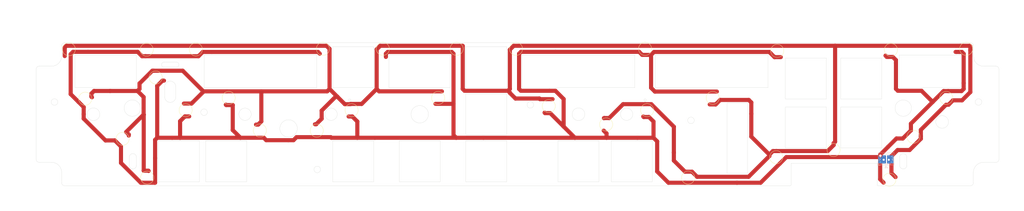
<source format=kicad_pcb>
(kicad_pcb (version 20221018) (generator pcbnew)
  (layers (0 "F.Cu" power) (31 "B.Cu" power) (34 "B.Paste" user) (35 "F.Paste" user) (36 "B.SilkS" user "B.Silkscreen") (37 "F.SilkS" user "F.Silkscreen") (38 "B.Mask" user) (39 "F.Mask" user) (44 "Edge.Cuts" user))
  (net 0 "")
  (net 1 "+5V")
  (net 2 "Earth")
  (footprint "Connector_JST:JST_XH_B2B-XH-AM_1x02_P2.50mm_Vertical" (layer "B.Cu") (at 500.7 326.275)
    (fp_text reference "J1" (at 1.25 3.55) (layer "B.SilkS") (effects (justify mirror)))
    (fp_text value "+5V")
    (fp_line (start -2.85 2.75) (end -2.85 1.5) (stroke (width 0.12)) (layer "B.SilkS"))
    (fp_line (start -2.56 -3.51) (end 5.06 -3.51) (stroke (width 0.12)) (layer "B.SilkS"))
    (fp_line (start -2.56 2.46) (end -2.56 -3.51) (stroke (width 0.12)) (layer "B.SilkS"))
    (fp_line (start -2.55 0.2) (end -1.8 0.2) (stroke (width 0.12)) (layer "B.SilkS"))
    (fp_line (start -2.55 1.7) (end -0.75 1.7) (stroke (width 0.12)) (layer "B.SilkS"))
    (fp_line (start -2.55 2.45) (end -2.55 1.7) (stroke (width 0.12)) (layer "B.SilkS"))
    (fp_line (start -1.8 0.2) (end -1.8 -1.14) (stroke (width 0.12)) (layer "B.SilkS"))
    (fp_line (start -1.6 2.75) (end -2.85 2.75) (stroke (width 0.12)) (layer "B.SilkS"))
    (fp_line (start -0.75 1.7) (end -0.75 2.45) (stroke (width 0.12)) (layer "B.SilkS"))
    (fp_line (start -0.75 2.45) (end -2.55 2.45) (stroke (width 0.12)) (layer "B.SilkS"))
    (fp_line (start 0.75 1.7) (end 1.75 1.7) (stroke (width 0.12)) (layer "B.SilkS"))
    (fp_line (start 0.75 2.45) (end 0.75 1.7) (stroke (width 0.12)) (layer "B.SilkS"))
    (fp_line (start 1.25 -2.75) (end -0.74 -2.75) (stroke (width 0.12)) (layer "B.SilkS"))
    (fp_line (start 1.75 1.7) (end 1.75 2.45) (stroke (width 0.12)) (layer "B.SilkS"))
    (fp_line (start 1.75 2.45) (end 0.75 2.45) (stroke (width 0.12)) (layer "B.SilkS"))
    (fp_line (start 3.25 1.7) (end 5.05 1.7) (stroke (width 0.12)) (layer "B.SilkS"))
    (fp_line (start 3.25 2.45) (end 3.25 1.7) (stroke (width 0.12)) (layer "B.SilkS"))
    (fp_line (start 4.3 -2.75) (end 1.25 -2.75) (stroke (width 0.12)) (layer "B.SilkS"))
    (fp_line (start 4.3 0.2) (end 4.3 -2.75) (stroke (width 0.12)) (layer "B.SilkS"))
    (fp_line (start 5.05 0.2) (end 4.3 0.2) (stroke (width 0.12)) (layer "B.SilkS"))
    (fp_line (start 5.05 1.7) (end 5.05 2.45) (stroke (width 0.12)) (layer "B.SilkS"))
    (fp_line (start 5.05 2.45) (end 3.25 2.45) (stroke (width 0.12)) (layer "B.SilkS"))
    (fp_line (start 5.06 -3.51) (end 5.06 2.46) (stroke (width 0.12)) (layer "B.SilkS"))
    (fp_line (start 5.06 2.46) (end -2.56 2.46) (stroke (width 0.12)) (layer "B.SilkS"))
    (pad "" np_thru_hole circle (at -1.6 -2) (size 1.2 1.2) (drill 1.2) (layers "*.Cu" "*.Mask"))
    (pad "1" thru_hole roundrect (at 0 0) (size 1.7 2) (drill 1) (layers "*.Cu" "*.Mask") (roundrect_rratio 0.1470588235) (net 1 "+5V"))
    (pad "2" thru_hole oval (at 2.5 0) (size 1.7 2) (drill 1) (layers "*.Cu" "*.Mask") (net 2 "Earth"))
  )
  (gr_circle (center 503.5 336) (end 506.7 336) (stroke (width 0.15)) (fill none) (layer "F.SilkS"))
  (gr_circle (center 321.25 272) (end 324.45 272) (stroke (width 0.15)) (fill none) (layer "F.SilkS"))
  (gr_circle (center 141.25 335) (end 144.45 335) (stroke (width 0.15)) (fill none) (layer "F.SilkS"))
  (gr_circle (center 448.25 325) (end 451.45 325) (stroke (width 0.15)) (fill none) (layer "F.SilkS"))
  (gr_circle (center 292.25 272) (end 295.45 272) (stroke (width 0.15)) (fill none) (layer "F.SilkS"))
  (gr_circle (center 531.25 296) (end 534.45 296) (stroke (width 0.15)) (fill none) (layer "F.SilkS"))
  (gr_circle (center 181 296) (end 184.2 296) (stroke (width 0.15)) (fill none) (layer "F.SilkS"))
  (gr_circle (center 103 272.2) (end 106.2 272.2) (stroke (width 0.15)) (fill none) (layer "F.SilkS"))
  (gr_circle (center 196.25 311.95) (end 199.45 311.95) (stroke (width 0.15)) (fill none) (layer "F.SilkS"))
  (gr_circle (center 541 272) (end 544.2 272) (stroke (width 0.15)) (fill none) (layer "F.SilkS"))
  (gr_circle (center 365.25 309) (end 368.45 309) (stroke (width 0.15)) (fill none) (layer "F.SilkS"))
  (gr_circle (center 165 272.3) (end 168.2 272.3) (stroke (width 0.15)) (fill none) (layer "F.SilkS"))
  (gr_circle (center 227 272) (end 230.2 272) (stroke (width 0.15)) (fill none) (layer "F.SilkS"))
  (gr_circle (center 241 302) (end 244.2 302) (stroke (width 0.15)) (fill none) (layer "F.SilkS"))
  (gr_circle (center 384.25 272) (end 387.45 272) (stroke (width 0.15)) (fill none) (layer "F.SilkS"))
  (gr_circle (center 405.25 335) (end 408.45 335) (stroke (width 0.15)) (fill none) (layer "F.SilkS"))
  (gr_circle (center 256.25 272) (end 259.45 272) (stroke (width 0.15)) (fill none) (layer "F.SilkS"))
  (gr_circle (center 111 296.4) (end 114.2 296.4) (stroke (width 0.15)) (fill none) (layer "F.SilkS"))
  (gr_circle (center 283.25 296) (end 286.45 296) (stroke (width 0.15)) (fill none) (layer "F.SilkS"))
  (gr_circle (center 504.25 272.5) (end 507.45 272.5) (stroke (width 0.15)) (fill none) (layer "F.SilkS"))
  (gr_circle (center 515.25 315) (end 518.45 315) (stroke (width 0.15)) (fill none) (layer "F.SilkS"))
  (gr_circle (center 224 312) (end 227.2 312) (stroke (width 0.15)) (fill none) (layer "F.SilkS"))
  (gr_circle (center 337.25 300) (end 340.45 300) (stroke (width 0.15)) (fill none) (layer "F.SilkS"))
  (gr_circle (center 476.25 321.5) (end 479.45 321.5) (stroke (width 0.15)) (fill none) (layer "F.SilkS"))
  (gr_circle (center 385.25 302) (end 388.45 302) (stroke (width 0.15)) (fill none) (layer "F.SilkS"))
  (gr_circle (center 129.25 316) (end 132.45 316) (stroke (width 0.15)) (fill none) (layer "F.SilkS"))
  (gr_circle (center 141 272.4) (end 144.2 272.4) (stroke (width 0.15)) (fill none) (layer "F.SilkS"))
  (gr_circle (center 145.4 286) (end 148.6 286) (stroke (width 0.15)) (fill none) (layer "F.SilkS"))
  (gr_circle (center 417.25 296) (end 420.45 296) (stroke (width 0.15)) (fill none) (layer "F.SilkS"))
  (gr_circle (center 448.75 273) (end 451.95 273) (stroke (width 0.15)) (fill none) (layer "F.SilkS"))
  (gr_circle (center 160 302) (end 163.2 302) (stroke (width 0.15)) (fill none) (layer "F.SilkS"))
  (gr_line (start 434.25 333) (end 434.25 298.5) (stroke (width 0.1)) (layer "Edge.Cuts"))
  (gr_line (start 87 282) (end 87 326) (stroke (width 0.1)) (layer "Edge.Cuts"))
  (gr_circle (center 328.25 299.4) (end 329.85 299.4) (stroke (width 0.1)) (fill none) (layer "Edge.Cuts"))
  (gr_line (start 472.75 296.5) (end 472.75 276.5) (stroke (width 0.1)) (layer "Edge.Cuts"))
  (gr_line (start 367.75 337) (end 367.75 317) (stroke (width 0.1)) (layer "Edge.Cuts"))
  (gr_circle (center 510.25 301) (end 514.25 301) (stroke (width 0.1)) (fill none) (layer "Edge.Cuts"))
  (gr_arc (start 498 339) (mid 497.646447 338.853553) (end 497.5 338.5) (stroke (width 0.1)) (layer "Edge.Cuts"))
  (gr_line (start 284.25 337) (end 284.25 317) (stroke (width 0.1)) (layer "Edge.Cuts"))
  (gr_line (start 452.75 296.5) (end 452.75 276.5) (stroke (width 0.1)) (layer "Edge.Cuts"))
  (gr_line (start 497.5 328) (end 455.5 328) (stroke (width 0.1)) (layer "Edge.Cuts"))
  (gr_arc (start 136 329) (mid 134.25 330.75) (end 132.5 329) (stroke (width 0.1)) (layer "Edge.Cuts"))
  (gr_arc (start 99.5 270.5) (mid 99.93934 269.43934) (end 101 269) (stroke (width 0.1)) (layer "Edge.Cuts"))
  (gr_line (start 296.75 271) (end 316.75 271) (stroke (width 0.1)) (layer "Edge.Cuts"))
  (gr_line (start 479.75 296.5) (end 479.75 276.5) (stroke (width 0.1)) (layer "Edge.Cuts"))
  (gr_arc (start 544.5 337.5) (mid 544.06066 338.56066) (end 543 339) (stroke (width 0.1)) (layer "Edge.Cuts"))
  (gr_line (start 169 291) (end 224 291) (stroke (width 0.1)) (layer "Edge.Cuts"))
  (gr_line (start 296.75 294) (end 316.75 294) (stroke (width 0.1)) (layer "Edge.Cuts"))
  (gr_line (start 367.75 317) (end 387.75 317) (stroke (width 0.1)) (layer "Edge.Cuts"))
  (gr_circle (center 210.25 310.95) (end 214.5 310.95) (stroke (width 0.1)) (fill none) (layer "Edge.Cuts"))
  (gr_line (start 549.5 327.5) (end 555.5 327.5) (stroke (width 0.1)) (layer "Edge.Cuts"))
  (gr_line (start 316.75 337) (end 316.75 317) (stroke (width 0.1)) (layer "Edge.Cuts"))
  (gr_line (start 389.25 291) (end 444.25 291) (stroke (width 0.1)) (layer "Edge.Cuts"))
  (gr_circle (center 96 298) (end 97.6 298) (stroke (width 0.1)) (fill none) (layer "Edge.Cuts"))
  (gr_line (start 379.25 291) (end 379.25 275) (stroke (width 0.1)) (layer "Edge.Cuts"))
  (gr_line (start 296.75 337) (end 296.75 317) (stroke (width 0.1)) (layer "Edge.Cuts"))
  (gr_line (start 155.2 290.5) (end 155.2 295.5) (stroke (width 0.1)) (layer "Edge.Cuts"))
  (gr_circle (center 547 298) (end 548.6 298) (stroke (width 0.1)) (fill none) (layer "Edge.Cuts"))
  (gr_line (start 166.75 337) (end 146.75 337) (stroke (width 0.1)) (layer "Edge.Cuts"))
  (gr_line (start 499.75 320.5) (end 479.75 320.5) (stroke (width 0.1)) (layer "Edge.Cuts"))
  (gr_line (start 166.75 337) (end 166.75 317) (stroke (width 0.1)) (layer "Edge.Cuts"))
  (gr_line (start 251.75 337) (end 231.75 337) (stroke (width 0.1)) (layer "Edge.Cuts"))
  (gr_line (start 289.25 275) (end 289.25 291) (stroke (width 0.1)) (layer "Edge.Cuts"))
  (gr_line (start 99.5 270.5) (end 99.5 275.5) (stroke (width 0.1)) (layer "Edge.Cuts"))
  (gr_line (start 289.25 291) (end 259.25 291) (stroke (width 0.1)) (layer "Edge.Cuts"))
  (gr_line (start 101 269) (end 543 269) (stroke (width 0.1)) (layer "Edge.Cuts"))
  (gr_line (start 549.5 280.5) (end 555.5 280.5) (stroke (width 0.1)) (layer "Edge.Cuts"))
  (gr_arc (start 544.5 332.5) (mid 545.964466 328.964466) (end 549.5 327.5) (stroke (width 0.1)) (layer "Edge.Cuts"))
  (gr_line (start 259.25 291) (end 259.25 275) (stroke (width 0.1)) (layer "Edge.Cuts"))
  (gr_line (start 424.25 298.5) (end 434.25 298.5) (stroke (width 0.1)) (layer "Edge.Cuts"))
  (gr_line (start 538.25 275) (end 538.25 291) (stroke (width 0.1)) (layer "Edge.Cuts"))
  (gr_line (start 434.25 333) (end 424.25 333) (stroke (width 0.1)) (layer "Edge.Cuts"))
  (gr_line (start 508.25 291) (end 508.25 275) (stroke (width 0.1)) (layer "Edge.Cuts"))
  (gr_circle (center 134 301) (end 138 301) (stroke (width 0.1)) (fill none) (layer "Edge.Cuts"))
  (gr_line (start 452.75 300.5) (end 472.75 300.5) (stroke (width 0.1)) (layer "Edge.Cuts"))
  (gr_line (start 499.75 320.5) (end 499.75 300.5) (stroke (width 0.1)) (layer "Edge.Cuts"))
  (gr_line (start 324.25 291) (end 379.25 291) (stroke (width 0.1)) (layer "Edge.Cuts"))
  (gr_line (start 389.25 275) (end 444.25 275) (stroke (width 0.1)) (layer "Edge.Cuts"))
  (gr_line (start 251.75 291) (end 231.75 291) (stroke (width 0.1)) (layer "Edge.Cuts"))
  (gr_arc (start 94.5 327.5) (mid 98.035534 328.964466) (end 99.5 332.5) (stroke (width 0.1)) (layer "Edge.Cuts"))
  (gr_line (start 389.25 291) (end 389.25 275) (stroke (width 0.1)) (layer "Edge.Cuts"))
  (gr_circle (center 351.75 304) (end 354.85 303.95) (stroke (width 0.1)) (fill none) (layer "Edge.Cuts"))
  (gr_line (start 341.75 337) (end 341.75 317) (stroke (width 0.1)) (layer "Edge.Cuts"))
  (gr_line (start 455.5 338.5) (end 455.5 328) (stroke (width 0.1)) (layer "Edge.Cuts"))
  (gr_line (start 544.5 337.5) (end 544.5 332.5) (stroke (width 0.1)) (layer "Edge.Cuts"))
  (gr_line (start 512 325) (end 512 329) (stroke (width 0.1)) (layer "Edge.Cuts"))
  (gr_line (start 106 291) (end 106 275) (stroke (width 0.1)) (layer "Edge.Cuts"))
  (gr_line (start 136 275) (end 136 291) (stroke (width 0.1)) (layer "Edge.Cuts"))
  (gr_line (start 106 275) (end 136 275) (stroke (width 0.1)) (layer "Edge.Cuts"))
  (gr_circle (center 406.65 307) (end 408.25 307) (stroke (width 0.1)) (fill none) (layer "Edge.Cuts"))
  (gr_line (start 316.75 291) (end 316.75 271) (stroke (width 0.1)) (layer "Edge.Cuts"))
  (gr_arc (start 543 269) (mid 544.06066 269.43934) (end 544.5 270.5) (stroke (width 0.1)) (layer "Edge.Cuts"))
  (gr_line (start 231.75 317) (end 251.75 317) (stroke (width 0.1)) (layer "Edge.Cuts"))
  (gr_circle (center 274.25 304) (end 278.5 304) (stroke (width 0.1)) (fill none) (layer "Edge.Cuts"))
  (gr_line (start 361.75 337) (end 341.75 337) (stroke (width 0.1)) (layer "Edge.Cuts"))
  (gr_line (start 136 325) (end 136 329) (stroke (width 0.1)) (layer "Edge.Cuts"))
  (gr_line (start 189.75 337) (end 189.75 317) (stroke (width 0.1)) (layer "Edge.Cuts"))
  (gr_line (start 264.25 317) (end 284.25 317) (stroke (width 0.1)) (layer "Edge.Cuts"))
  (gr_line (start 452.75 320.5) (end 452.75 300.5) (stroke (width 0.1)) (layer "Edge.Cuts"))
  (gr_arc (start 549.5 280.5) (mid 545.964466 279.035534) (end 544.5 275.5) (stroke (width 0.1)) (layer "Edge.Cuts"))
  (gr_line (start 169.75 317) (end 189.75 317) (stroke (width 0.1)) (layer "Edge.Cuts"))
  (gr_line (start 264.25 337) (end 264.25 317) (stroke (width 0.1)) (layer "Edge.Cuts"))
  (gr_line (start 132.5 325) (end 132.5 329) (stroke (width 0.1)) (layer "Edge.Cuts"))
  (gr_arc (start 149.5 281) (mid 148.25 279.75) (end 149.5 278.5) (stroke (width 0.1)) (layer "Edge.Cuts"))
  (gr_circle (center 529.25 307.75) (end 532.35 307.75) (stroke (width 0.1)) (fill none) (layer "Edge.Cuts"))
  (gr_arc (start 512 329) (mid 510.25 330.75) (end 508.5 329) (stroke (width 0.1)) (layer "Edge.Cuts"))
  (gr_line (start 387.75 337) (end 387.75 317) (stroke (width 0.1)) (layer "Edge.Cuts"))
  (gr_circle (center 224.25 331) (end 225.85 331) (stroke (width 0.1)) (fill none) (layer "Edge.Cuts"))
  (gr_line (start 544.5 275.5) (end 544.5 270.5) (stroke (width 0.1)) (layer "Edge.Cuts"))
  (gr_line (start 557 326) (end 557 282) (stroke (width 0.1)) (layer "Edge.Cuts"))
  (gr_line (start 284.25 337) (end 264.25 337) (stroke (width 0.1)) (layer "Edge.Cuts"))
  (gr_arc (start 508.5 325) (mid 510.25 323.25) (end 512 325) (stroke (width 0.1)) (layer "Edge.Cuts"))
  (gr_line (start 479.75 276.5) (end 499.75 276.5) (stroke (width 0.1)) (layer "Edge.Cuts"))
  (gr_line (start 149.5 281) (end 155.5 281) (stroke (width 0.1)) (layer "Edge.Cuts"))
  (gr_circle (center 231 304) (end 234 304) (stroke (width 0.1)) (fill none) (layer "Edge.Cuts"))
  (gr_arc (start 87 282) (mid 87.43934 280.93934) (end 88.5 280.5) (stroke (width 0.1)) (layer "Edge.Cuts"))
  (gr_line (start 508.5 325) (end 508.5 329) (stroke (width 0.1)) (layer "Edge.Cuts"))
  (gr_arc (start 132.5 325) (mid 134.25 323.25) (end 136 325) (stroke (width 0.1)) (layer "Edge.Cuts"))
  (gr_line (start 424.25 298.5) (end 424.25 333) (stroke (width 0.1)) (layer "Edge.Cuts"))
  (gr_line (start 538.25 291) (end 508.25 291) (stroke (width 0.1)) (layer "Edge.Cuts"))
  (gr_circle (center 189 304) (end 192 304) (stroke (width 0.1)) (fill none) (layer "Edge.Cuts"))
  (gr_line (start 94.5 280.5) (end 88.5 280.5) (stroke (width 0.1)) (layer "Edge.Cuts"))
  (gr_circle (center 375.25 304) (end 378.25 304) (stroke (width 0.1)) (fill none) (layer "Edge.Cuts"))
  (gr_line (start 231.75 337) (end 231.75 317) (stroke (width 0.1)) (layer "Edge.Cuts"))
  (gr_circle (center 240 297) (end 240.55 297) (stroke (width 0.1)) (fill none) (layer "Edge.Cuts"))
  (gr_line (start 499.75 296.5) (end 499.75 276.5) (stroke (width 0.1)) (layer "Edge.Cuts"))
  (gr_circle (center 115 304) (end 118.1 304) (stroke (width 0.1)) (fill none) (layer "Edge.Cuts"))
  (gr_line (start 479.75 300.5) (end 499.75 300.5) (stroke (width 0.1)) (layer "Edge.Cuts"))
  (gr_line (start 472.75 320.5) (end 472.75 300.5) (stroke (width 0.1)) (layer "Edge.Cuts"))
  (gr_line (start 259.25 275) (end 289.25 275) (stroke (width 0.1)) (layer "Edge.Cuts"))
  (gr_line (start 508.25 275) (end 538.25 275) (stroke (width 0.1)) (layer "Edge.Cuts"))
  (gr_line (start 324.25 291) (end 324.25 275) (stroke (width 0.1)) (layer "Edge.Cuts"))
  (gr_line (start 387.75 337) (end 367.75 337) (stroke (width 0.1)) (layer "Edge.Cuts"))
  (gr_line (start 296.75 291) (end 296.75 271) (stroke (width 0.1)) (layer "Edge.Cuts"))
  (gr_arc (start 557 326) (mid 556.56066 327.06066) (end 555.5 327.5) (stroke (width 0.1)) (layer "Edge.Cuts"))
  (gr_line (start 149.8 290.5) (end 149.8 295.5) (stroke (width 0.1)) (layer "Edge.Cuts"))
  (gr_circle (center 169 303) (end 170.6 303) (stroke (width 0.1)) (fill none) (layer "Edge.Cuts"))
  (gr_line (start 231.75 271) (end 251.75 271) (stroke (width 0.1)) (layer "Edge.Cuts"))
  (gr_arc (start 99.5 275.5) (mid 98.035534 279.035534) (end 94.5 280.5) (stroke (width 0.1)) (layer "Edge.Cuts"))
  (gr_line (start 472.75 296.5) (end 452.75 296.5) (stroke (width 0.1)) (layer "Edge.Cuts"))
  (gr_arc (start 149.8 290.5) (mid 152.5 287.8) (end 155.2 290.5) (stroke (width 0.1)) (layer "Edge.Cuts"))
  (gr_line (start 316.75 314) (end 316.75 294) (stroke (width 0.1)) (layer "Edge.Cuts"))
  (gr_line (start 169.75 337) (end 169.75 317) (stroke (width 0.1)) (layer "Edge.Cuts"))
  (gr_line (start 136 291) (end 106 291) (stroke (width 0.1)) (layer "Edge.Cuts"))
  (gr_line (start 452.75 276.5) (end 472.75 276.5) (stroke (width 0.1)) (layer "Edge.Cuts"))
  (gr_line (start 543 339) (end 498 339) (stroke (width 0.1)) (layer "Edge.Cuts"))
  (gr_line (start 455 339) (end 101 339) (stroke (width 0.1)) (layer "Edge.Cuts"))
  (gr_line (start 296.75 314) (end 296.75 294) (stroke (width 0.1)) (layer "Edge.Cuts"))
  (gr_arc (start 455.5 338.5) (mid 455.353553 338.853553) (end 455 339) (stroke (width 0.1)) (layer "Edge.Cuts"))
  (gr_line (start 94.5 327.5) (end 88.5 327.5) (stroke (width 0.1)) (layer "Edge.Cuts"))
  (gr_line (start 224 291) (end 224 275) (stroke (width 0.1)) (layer "Edge.Cuts"))
  (gr_line (start 189.75 337) (end 169.75 337) (stroke (width 0.1)) (layer "Edge.Cuts"))
  (gr_line (start 231.75 291) (end 231.75 271) (stroke (width 0.1)) (layer "Edge.Cuts"))
  (gr_line (start 296.75 317) (end 316.75 317) (stroke (width 0.1)) (layer "Edge.Cuts"))
  (gr_line (start 479.75 320.5) (end 479.75 300.5) (stroke (width 0.1)) (layer "Edge.Cuts"))
  (gr_line (start 444.25 291) (end 444.25 275) (stroke (width 0.1)) (layer "Edge.Cuts"))
  (gr_circle (center 384.25 297) (end 384.8 297) (stroke (width 0.1)) (fill none) (layer "Edge.Cuts"))
  (gr_line (start 341.75 317) (end 361.75 317) (stroke (width 0.1)) (layer "Edge.Cuts"))
  (gr_line (start 497.5 338.5) (end 497.5 328) (stroke (width 0.1)) (layer "Edge.Cuts"))
  (gr_line (start 499.75 296.5) (end 479.75 296.5) (stroke (width 0.1)) (layer "Edge.Cuts"))
  (gr_line (start 146.75 337) (end 146.75 317) (stroke (width 0.1)) (layer "Edge.Cuts"))
  (gr_line (start 316.75 291) (end 296.75 291) (stroke (width 0.1)) (layer "Edge.Cuts"))
  (gr_line (start 251.75 337) (end 251.75 317) (stroke (width 0.1)) (layer "Edge.Cuts"))
  (gr_line (start 324.25 275) (end 379.25 275) (stroke (width 0.1)) (layer "Edge.Cuts"))
  (gr_line (start 169 275) (end 224 275) (stroke (width 0.1)) (layer "Edge.Cuts"))
  (gr_line (start 166.75 317) (end 146.75 317) (stroke (width 0.1)) (layer "Edge.Cuts"))
  (gr_arc (start 155.2 295.5) (mid 152.5 298.2) (end 149.8 295.5) (stroke (width 0.1)) (layer "Edge.Cuts"))
  (gr_line (start 169 291) (end 169 275) (stroke (width 0.1)) (layer "Edge.Cuts"))
  (gr_line (start 251.75 291) (end 251.75 271) (stroke (width 0.1)) (layer "Edge.Cuts"))
  (gr_line (start 316.75 314) (end 296.75 314) (stroke (width 0.1)) (layer "Edge.Cuts"))
  (gr_arc (start 88.5 327.5) (mid 87.43934 327.06066) (end 87 326) (stroke (width 0.1)) (layer "Edge.Cuts"))
  (gr_line (start 316.75 337) (end 296.75 337) (stroke (width 0.1)) (layer "Edge.Cuts"))
  (gr_line (start 361.75 337) (end 361.75 317) (stroke (width 0.1)) (layer "Edge.Cuts"))
  (gr_arc (start 555.5 280.5) (mid 556.56066 280.93934) (end 557 282) (stroke (width 0.1)) (layer "Edge.Cuts"))
  (gr_line (start 99.5 332.5) (end 99.5 337.5) (stroke (width 0.1)) (layer "Edge.Cuts"))
  (gr_arc (start 101 339) (mid 99.93934 338.56066) (end 99.5 337.5) (stroke (width 0.1)) (layer "Edge.Cuts"))
  (gr_line (start 149.5 278.5) (end 155.5 278.5) (stroke (width 0.1)) (layer "Edge.Cuts"))
  (gr_arc (start 155.5 278.5) (mid 156.75 279.75) (end 155.5 281) (stroke (width 0.1)) (layer "Edge.Cuts"))
  (gr_line (start 472.75 320.5) (end 452.75 320.5) (stroke (width 0.1)) (layer "Edge.Cuts"))
  (segment (start 390.15 317.27868) (end 388.37132 315.5) (width 2) (layer "F.Cu") (net 1))
  (segment (start 323.62868 292.5) (end 322.75 291.62132) (width 2) (layer "F.Cu") (net 1))
  (segment (start 539.75 291.62132) (end 539.75 288.75) (width 2) (layer "F.Cu") (net 1))
  (segment (start 157.3 315.5) (end 157.3 307.4) (width 2) (layer "F.Cu") (net 1))
  (segment (start 395.65 337.5) (end 390.15 332) (width 2) (layer "F.Cu") (net 1))
  (segment (start 381.35 273.45) (end 382.85 274.95) (width 2) (layer "F.Cu") (net 1))
  (segment (start 289.87132 273.5) (end 258.62868 273.5) (width 2) (layer "F.Cu") (net 1))
  (segment (start 429.1 337.5) (end 403.75 337.5) (width 2) (layer "F.Cu") (net 1))
  (segment (start 388.37132 315.5) (end 388.37132 307.57132) (width 2) (layer "F.Cu") (net 1))
  (segment (start 503.1 275.95) (end 502.25 275.95) (width 2) (layer "F.Cu") (net 1))
  (segment (start 506.7 277.5) (end 505.3 276.1) (width 2) (layer "F.Cu") (net 1))
  (segment (start 145.1 325.45) (end 145.1 337.45) (width 2) (layer "F.Cu") (net 1))
  (segment (start 505.3 276.1) (end 505.15 275.95) (width 2) (layer "F.Cu") (net 1))
  (segment (start 337.95 303.45) (end 336.95 303.45) (width 2) (layer "F.Cu") (net 1))
  (segment (start 365.45 315.5) (end 365.45 313.4) (width 2) (layer "F.Cu") (net 1))
  (segment (start 507.62868 292.5) (end 506.7 291.57132) (width 2) (layer "F.Cu") (net 1))
  (segment (start 529.55 293.05) (end 529.95 292.65) (width 2) (layer "F.Cu") (net 1))
  (segment (start 210.1 316.7) (end 199.35 316.7) (width 2) (layer "F.Cu") (net 1))
  (segment (start 138.72132 275.6) (end 140.45 275.6) (width 2) (layer "F.Cu") (net 1))
  (segment (start 212.633394 316.7) (end 210.1 316.7) (width 2) (layer "F.Cu") (net 1))
  (segment (start 532.2 292.65) (end 538.72132 292.65) (width 2) (layer "F.Cu") (net 1))
  (segment (start 502.85 319.95) (end 506.95 315.85) (width 2) (layer "F.Cu") (net 1))
  (segment (start 499 327.3) (end 499.05 327.35) (width 2) (layer "F.Cu") (net 1))
  (segment (start 499.05 326.1) (end 499 326.15) (width 2) (layer "F.Cu") (net 1))
  (segment (start 383.6 305.35) (end 383.35 305.1) (width 2) (layer "F.Cu") (net 1))
  (segment (start 214.133394 315.2) (end 212.633394 316.7) (width 2) (layer "F.Cu") (net 1))
  (segment (start 241.45 305.2) (end 241.35 305.1) (width 2) (layer "F.Cu") (net 1))
  (segment (start 105.05 273.45) (end 112.35 273.45) (width 2) (layer "F.Cu") (net 1))
  (segment (start 198.15 315.5) (end 186.75 315.5) (width 2) (layer "F.Cu") (net 1))
  (segment (start 153.45 315.5) (end 146.12868 315.5) (width 2) (layer "F.Cu") (net 1))
  (segment (start 120.9 316.8) (end 110.25 306.15) (width 2) (layer "F.Cu") (net 1))
  (segment (start 380.5 315.5) (end 365.45 315.5) (width 2) (layer "F.Cu") (net 1))
  (segment (start 198.2 315.55) (end 198.15 315.5) (width 2) (layer "F.Cu") (net 1))
  (segment (start 103.9 274.6) (end 105.05 273.45) (width 2) (layer "F.Cu") (net 1))
  (segment (start 186.75 315.5) (end 183 311.75) (width 2) (layer "F.Cu") (net 1))
  (segment (start 323.67868 273.45) (end 340.5 273.45) (width 2) (layer "F.Cu") (net 1))
  (segment (start 128.45 320.05) (end 128.45 319.8) (width 2) (layer "F.Cu") (net 1))
  (segment (start 230.82868 315.2) (end 223.5 315.2) (width 2) (layer "F.Cu") (net 1))
  (segment (start 536.2 273.5) (end 535.8 273.5) (width 2) (layer "F.Cu") (net 1))
  (segment (start 145.05 337.5) (end 138.95 337.5) (width 2) (layer "F.Cu") (net 1))
  (segment (start 179.8 299.5) (end 179.6 299.3) (width 2) (layer "F.Cu") (net 1))
  (segment (start 529.95 292.65) (end 532.2 292.65) (width 2) (layer "F.Cu") (net 1))
  (segment (start 506.7 291.57132) (end 506.7 278.95) (width 2) (layer "F.Cu") (net 1))
  (segment (start 290.75 274.37868) (end 289.87132 273.5) (width 2) (layer "F.Cu") (net 1))
  (segment (start 386.15 305.35) (end 383.6 305.35) (width 2) (layer "F.Cu") (net 1))
  (segment (start 450 328.15) (end 453.2 324.95) (width 2) (layer "F.Cu") (net 1))
  (segment (start 510.05 315.85) (end 514 311.9) (width 2) (layer "F.Cu") (net 1))
  (segment (start 290.75 276.95) (end 290.75 274.37868) (width 2) (layer "F.Cu") (net 1))
  (segment (start 539.75 274.37868) (end 538.87132 273.5) (width 2) (layer "F.Cu") (net 1))
  (segment (start 499 323.8) (end 502.85 319.95) (width 2) (layer "F.Cu") (net 1))
  (segment (start 290.75 298.9) (end 281.95 298.9) (width 2) (layer "F.Cu") (net 1))
  (segment (start 305.35 315.5) (end 292.05 315.5) (width 2) (layer "F.Cu") (net 1))
  (segment (start 506.95 315.85) (end 510.05 315.85) (width 2) (layer "F.Cu") (net 1))
  (segment (start 389.02868 292.9) (end 419.3 292.9) (width 2) (layer "F.Cu") (net 1))
  (segment (start 388.37132 307.57132) (end 386.15 305.35) (width 2) (layer "F.Cu") (net 1))
  (segment (start 524.625 297.975) (end 529.55 293.05) (width 2) (layer "F.Cu") (net 1))
  (segment (start 335.45 303.45) (end 335.2 303.2) (width 2) (layer "F.Cu") (net 1))
  (segment (start 344.5 310) (end 337.95 303.45) (width 2) (layer "F.Cu") (net 1))
  (segment (start 350 315.5) (end 344.5 310) (width 2) (layer "F.Cu") (net 1))
  (segment (start 138.95 337.5) (end 138.140522 337.5) (width 2) (layer "F.Cu") (net 1))
  (segment (start 110.25 303.95) (end 110.25 300.5) (width 2) (layer "F.Cu") (net 1))
  (segment (start 168.37868 273.5) (end 172.8 273.5) (width 2) (layer "F.Cu") (net 1))
  (segment (start 243.8 315.5) (end 231.12868 315.5) (width 2) (layer "F.Cu") (net 1))
  (segment (start 403.75 337.5) (end 395.65 337.5) (width 2) (layer "F.Cu") (net 1))
  (segment (start 183 299.5) (end 179.8 299.5) (width 2) (layer "F.Cu") (net 1))
  (segment (start 183 311.75) (end 183 299.5) (width 2) (layer "F.Cu") (net 1))
  (segment (start 145.1 337.45) (end 145.05 337.5) (width 2) (layer "F.Cu") (net 1))
  (segment (start 447.42132 276.05) (end 450.5 276.05) (width 2) (layer "F.Cu") (net 1))
  (segment (start 499.05 327.35) (end 499 327.4) (width 2) (layer "F.Cu") (net 1))
  (segment (start 159.3 305.4) (end 159.65 305.05) (width 2) (layer "F.Cu") (net 1))
  (segment (start 387.17868 274.95) (end 388.62868 273.5) (width 2) (layer "F.Cu") (net 1))
  (segment (start 231.12868 315.5) (end 230.82868 315.2) (width 2) (layer "F.Cu") (net 1))
  (segment (start 499 335.8) (end 500.65 337.45) (width 2) (layer "F.Cu") (net 1))
  (segment (start 506.7 278.95) (end 506.7 277.5) (width 2) (layer "F.Cu") (net 1))
  (segment (start 128.45 327.809478) (end 128.45 320.05) (width 2) (layer "F.Cu") (net 1))
  (segment (start 524.625 297.975) (end 519.15 292.5) (width 2) (layer "F.Cu") (net 1))
  (segment (start 387.17868 274.95) (end 387.17868 291.05) (width 2) (layer "F.Cu") (net 1))
  (segment (start 538.87132 273.5) (end 537.62868 273.5) (width 2) (layer "F.Cu") (net 1))
  (segment (start 257.75 274.37868) (end 257.75 275.95) (width 2) (layer "F.Cu") (net 1))
  (segment (start 340.5 273.45) (end 381.35 273.45) (width 2) (layer "F.Cu") (net 1))
  (segment (start 138.140522 337.5) (end 128.45 327.809478) (width 2) (layer "F.Cu") (net 1))
  (segment (start 336.95 303.45) (end 335.45 303.45) (width 2) (layer "F.Cu") (net 1))
  (segment (start 499 326.15) (end 499 327.3) (width 2) (layer "F.Cu") (net 1))
  (segment (start 388.37132 315.5) (end 380.5 315.5) (width 2) (layer "F.Cu") (net 1))
  (segment (start 103.9 294.15) (end 103.9 274.6) (width 2) (layer "F.Cu") (net 1))
  (segment (start 337.6 292.5) (end 323.62868 292.5) (width 2) (layer "F.Cu") (net 1))
  (segment (start 257.83934 274.28934) (end 257.75 274.37868) (width 2) (layer "F.Cu") (net 1))
  (segment (start 382.85 274.95) (end 387.17868 274.95) (width 2) (layer "F.Cu") (net 1))
  (segment (start 290.75 298.9) (end 290.75 276.95) (width 2) (layer "F.Cu") (net 1))
  (segment (start 538.72132 292.65) (end 539.75 291.62132) (width 2) (layer "F.Cu") (net 1))
  (segment (start 344.5 310) (end 344.5 296.55) (width 2) (layer "F.Cu") (net 1))
  (segment (start 243.8 315.5) (end 243.8 307.55) (width 2) (layer "F.Cu") (net 1))
  (segment (start 440.65 337.5) (end 429.1 337.5) (width 2) (layer "F.Cu") (net 1))
  (segment (start 450 328.15) (end 440.65 337.5) (width 2) (layer "F.Cu") (net 1))
  (segment (start 344.5 296.55) (end 340.45 292.5) (width 2) (layer "F.Cu") (net 1))
  (segment (start 499 324.95) (end 499 326.05) (width 2) (layer "F.Cu") (net 1))
  (segment (start 322.75 291.62132) (end 322.75 275.15) (width 2) (layer "F.Cu") (net 1))
  (segment (start 125.45 316.8) (end 120.9 316.8) (width 2) (layer "F.Cu") (net 1))
  (segment (start 128.45 319.8) (end 125.45 316.8) (width 2) (layer "F.Cu") (net 1))
  (segment (start 186.75 315.5) (end 157.3 315.5) (width 2) (layer "F.Cu") (net 1))
  (segment (start 146.12868 290.12132) (end 148.7 287.55) (width 2) (layer "F.Cu") (net 1))
  (segment (start 444.87132 273.5) (end 445.53566 274.16434) (width 2) (layer "F.Cu") (net 1))
  (segment (start 350 315.5) (end 305.35 315.5) (width 2) (layer "F.Cu") (net 1))
  (segment (start 499 326.05) (end 499.05 326.1) (width 2) (layer "F.Cu") (net 1))
  (segment (start 365.45 313.4) (end 364.05 312) (width 2) (layer "F.Cu") (net 1))
  (segment (start 136.57132 273.45) (end 138.72132 275.6) (width 2) (layer "F.Cu") (net 1))
  (segment (start 112.35 273.45) (end 136.57132 273.45) (width 2) (layer "F.Cu") (net 1))
  (segment (start 453.2 324.95) (end 499 324.95) (width 2) (layer "F.Cu") (net 1))
  (segment (start 290.75 314.2) (end 290.75 298.9) (width 2) (layer "F.Cu") (net 1))
  (segment (start 258.62868 273.5) (end 257.83934 274.28934) (width 2) (layer "F.Cu") (net 1))
  (segment (start 365.45 315.5) (end 350 315.5) (width 2) (layer "F.Cu") (net 1))
  (segment (start 539.75 275.05) (end 539.75 274.37868) (width 2) (layer "F.Cu") (net 1))
  (segment (start 157.3 315.5) (end 153.45 315.5) (width 2) (layer "F.Cu") (net 1))
  (segment (start 322.75 275.15) (end 322.75 274.37868) (width 2) (layer "F.Cu") (net 1))
  (segment (start 252.37132 315.5) (end 243.8 315.5) (width 2) (layer "F.Cu") (net 1))
  (segment (start 322.75 274.37868) (end 323.67868 273.45) (width 2) (layer "F.Cu") (net 1))
  (segment (start 292.05 315.5) (end 252.37132 315.5) (width 2) (layer "F.Cu") (net 1))
  (segment (start 519.15 292.5) (end 507.62868 292.5) (width 2) (layer "F.Cu") (net 1))
  (segment (start 499.05 324.95) (end 499 323.8) (width 2) (layer "F.Cu") (net 1))
  (segment (start 340.45 292.5) (end 337.6 292.5) (width 2) (layer "F.Cu") (net 1))
  (segment (start 502.25 275.95) (end 501.6 275.3) (width 2) (layer "F.Cu") (net 1))
  (segment (start 499 327.4) (end 499 335.8) (width 2) (layer "F.Cu") (net 1))
  (segment (start 107.75 298) (end 103.9 294.15) (width 2) (layer "F.Cu") (net 1))
  (segment (start 445.53566 274.16434) (end 447.42132 276.05) (width 2) (layer "F.Cu") (net 1))
  (segment (start 159.65 305.05) (end 161.75 305.05) (width 2) (layer "F.Cu") (net 1))
  (segment (start 224.62132 273.5) (end 225.5 274.37868) (width 2) (layer "F.Cu") (net 1))
  (segment (start 146.12868 315.5) (end 145.1 316.52868) (width 2) (layer "F.Cu") (net 1))
  (segment (start 505.15 275.95) (end 503.1 275.95) (width 2) (layer "F.Cu") (net 1))
  (segment (start 157.3 307.4) (end 159.3 305.4) (width 2) (layer "F.Cu") (net 1))
  (segment (start 388.62868 273.5) (end 444.87132 273.5) (width 2) (layer "F.Cu") (net 1))
  (segment (start 537.62868 273.5) (end 536.2 273.5) (width 2) (layer "F.Cu") (net 1))
  (segment (start 514 311.9) (end 514 308.6) (width 2) (layer "F.Cu") (net 1))
  (segment (start 223.5 315.2) (end 214.133394 315.2) (width 2) (layer "F.Cu") (net 1))
  (segment (start 499 324.95) (end 499.05 324.95) (width 2) (layer "F.Cu") (net 1))
  (segment (start 199.35 316.7) (end 198.2 315.55) (width 2) (layer "F.Cu") (net 1))
  (segment (start 110.25 300.5) (end 107.75 298) (width 2) (layer "F.Cu") (net 1))
  (segment (start 539.75 288.75) (end 539.75 275.05) (width 2) (layer "F.Cu") (net 1))
  (segment (start 145.1 316.52868) (end 145.1 325.45) (width 2) (layer "F.Cu") (net 1))
  (segment (start 292.05 315.5) (end 290.75 314.2) (width 2) (layer "F.Cu") (net 1))
  (segment (start 140.45 275.6) (end 166.27868 275.6) (width 2) (layer "F.Cu") (net 1))
  (segment (start 166.27868 275.6) (end 168.37868 273.5) (width 2) (layer "F.Cu") (net 1))
  (segment (start 387.17868 291.05) (end 389.02868 292.9) (width 2) (layer "F.Cu") (net 1))
  (segment (start 241.35 305.1) (end 239.55 305.1) (width 2) (layer "F.Cu") (net 1))
  (segment (start 243.8 307.55) (end 241.45 305.2) (width 2) (layer "F.Cu") (net 1))
  (segment (start 148.7 287.55) (end 149.45 287.55) (width 2) (layer "F.Cu") (net 1))
  (segment (start 390.15 332) (end 390.15 317.27868) (width 2) (layer "F.Cu") (net 1))
  (segment (start 172.8 273.5) (end 224.62132 273.5) (width 2) (layer "F.Cu") (net 1))
  (segment (start 110.25 306.15) (end 110.25 303.95) (width 2) (layer "F.Cu") (net 1))
  (segment (start 146.12868 315.5) (end 146.12868 290.12132) (width 2) (layer "F.Cu") (net 1))
  (segment (start 514 308.6) (end 524.625 297.975) (width 2) (layer "F.Cu") (net 1))
  (via (at 499.05 326.1) (size 0.5) (drill 0.3) (layers "F.Cu" "B.Cu") (net 1))
  (via (at 499.05 324.95) (size 0.5) (drill 0.3) (layers "F.Cu" "B.Cu") (net 1))
  (via (at 499.05 327.35) (size 0.5) (drill 0.3) (layers "F.Cu" "B.Cu") (net 1))
  (segment (start 101.004684 271.295316) (end 101.004684 275.537135) (width 2) (layer "F.Cu") (net 2))
  (segment (start 387.25944 299.05944) (end 384.282255 299.05944) (width 2) (layer "F.Cu") (net 2))
  (segment (start 436.1 303.75) (end 436.1 298.22868) (width 2) (layer "F.Cu") (net 2))
  (segment (start 139.501578 304.148422) (end 139.55 304.196844) (width 2) (layer "F.Cu") (net 2))
  (segment (start 196.95 292.8) (end 180.15 292.8) (width 2) (layer "F.Cu") (net 2))
  (segment (start 139.55 304.196844) (end 139.55 331.6) (width 2) (layer "F.Cu") (net 2))
  (segment (start 444.9 323.75) (end 436.1 314.95) (width 2) (layer "F.Cu") (net 2))
  (segment (start 136.52132 292.6) (end 139.501578 295.580258) (width 2) (layer "F.Cu") (net 2))
  (segment (start 163.45 298.2) (end 162.9 298.75) (width 2) (layer "F.Cu") (net 2))
  (segment (start 538.95 297.2) (end 543 293.15) (width 2) (layer "F.Cu") (net 2))
  (segment (start 531.131154 299.35) (end 532.35 299.35) (width 2) (layer "F.Cu") (net 2))
  (segment (start 168.67868 292.97132) (end 163.45 298.2) (width 2) (layer "F.Cu") (net 2))
  (segment (start 253.25 272.25) (end 253.25 291.62132) (width 2) (layer "F.Cu") (net 2))
  (segment (start 477 270.5) (end 320.15 270.5) (width 2) (layer "F.Cu") (net 2))
  (segment (start 114 293.9) (end 114 295.4) (width 2) (layer "F.Cu") (net 2))
  (segment (start 234.06434 295.43566) (end 230.25 291.62132) (width 2) (layer "F.Cu") (net 2))
  (segment (start 317.37132 292.5) (end 296.12868 292.5) (width 2) (layer "F.Cu") (net 2))
  (segment (start 234.06434 295.43566) (end 233.188805 295.43566) (width 2) (layer "F.Cu") (net 2))
  (segment (start 295.15 270.5) (end 255 270.5) (width 2) (layer "F.Cu") (net 2))
  (segment (start 144.4 282.7) (end 143.75 282.7) (width 2) (layer "F.Cu") (net 2))
  (segment (start 318.25 293.37868) (end 318.25 293.55) (width 2) (layer "F.Cu") (net 2))
  (segment (start 233.188805 295.43566) (end 226.4 302.224465) (width 2) (layer "F.Cu") (net 2))
  (segment (start 230.25 291.62132) (end 229.07132 292.8) (width 2) (layer "F.Cu") (net 2))
  (segment (start 504.5 324.65) (end 504.55 324.6) (width 2) (layer "F.Cu") (net 2))
  (segment (start 532.35 299.35) (end 534.5 297.2) (width 2) (layer "F.Cu") (net 2))
  (segment (start 398.3 326.65) (end 398.3 322.7) (width 2) (layer "F.Cu") (net 2))
  (segment (start 240.141382 299.066904) (end 237.695584 299.066904) (width 2) (layer "F.Cu") (net 2))
  (segment (start 373.54056 299.05944) (end 366.75 305.85) (width 2) (layer "F.Cu") (net 2))
  (segment (start 318.25 291.62132) (end 317.37132 292.5) (width 2) (layer "F.Cu") (net 2))
  (segment (start 518.85 314.8) (end 518.85 311.631154) (width 2) (layer "F.Cu") (net 2))
  (segment (start 295.25 270.6) (end 295.15 270.5) (width 2) (layer "F.Cu") (net 2))
  (segment (start 384.282255 299.05944) (end 373.54056 299.05944) (width 2) (layer "F.Cu") (net 2))
  (segment (start 403.75 332.1) (end 398.3 326.65) (width 2) (layer "F.Cu") (net 2))
  (segment (start 137.5 288.95) (end 137.5 288.9) (width 2) (layer "F.Cu") (net 2))
  (segment (start 518.85 316) (end 513.35 321.5) (width 2) (layer "F.Cu") (net 2))
  (segment (start 518.85 314.8) (end 518.85 316) (width 2) (layer "F.Cu") (net 2))
  (segment (start 543 272.65) (end 543 270.769691) (width 2) (layer "F.Cu") (net 2))
  (segment (start 296.12868 292.5) (end 295.25 291.62132) (width 2) (layer "F.Cu") (net 2))
  (segment (start 196.95 307.5) (end 196 308.45) (width 2) (layer "F.Cu") (net 2))
  (segment (start 255 270.5) (end 253.25 272.25) (width 2) (layer "F.Cu") (net 2))
  (segment (start 476.3 318.15) (end 476.3 319.07132) (width 2) (layer "F.Cu") (net 2))
  (segment (start 420.9 297) (end 419.1 298.8) (width 2) (layer "F.Cu") (net 2))
  (segment (start 139.501578 304.148422) (end 131 312.65) (width 2) (layer "F.Cu") (net 2))
  (segment (start 180.15 292.8) (end 168.67868 292.8) (width 2) (layer "F.Cu") (net 2))
  (segment (start 320.15 270.5) (end 318.25 272.4) (width 2) (layer "F.Cu") (net 2))
  (segment (start 407.15 332.1) (end 403.75 332.1) (width 2) (layer "F.Cu") (net 2))
  (segment (start 387.5 299.3) (end 387.25944 299.05944) (width 2) (layer "F.Cu") (net 2))
  (segment (start 132.25 313.9) (end 132.25 314.45) (width 2) (layer "F.Cu") (net 2))
  (segment (start 513.35 321.5) (end 507.5 321.5) (width 2) (layer "F.Cu") (net 2))
  (segment (start 168.67868 292.8) (end 168.67868 292.97132) (width 2) (layer "F.Cu") (net 2))
  (segment (start 226.4 302.224465) (end 226.4 306.2) (width 2) (layer "F.Cu") (net 2))
  (segment (start 226.4 306.2) (end 223.7 308.9) (width 2) (layer "F.Cu") (net 2))
  (segment (start 321 296.3) (end 332.65 296.3) (width 2) (layer "F.Cu") (net 2))
  (segment (start 253.25 291.62132) (end 245.919203 298.952117) (width 2) (layer "F.Cu") (net 2))
  (segment (start 318.25 272.4) (end 318.25 291.62132) (width 2) (layer "F.Cu") (net 2))
  (segment (start 446.65 322) (end 444.9 323.75) (width 2) (layer "F.Cu") (net 2))
  (segment (start 245.919203 298.952117) (end 240.693779 298.952117) (width 2) (layer "F.Cu") (net 2))
  (segment (start 318.25 293.55) (end 321 296.3) (width 2) (layer "F.Cu") (net 2))
  (segment (start 253.25 291.62132) (end 254.42868 292.8) (width 2) (layer "F.Cu") (net 2))
  (segment (start 504.5 327.4) (end 504.5 332.75) (width 2) (layer "F.Cu") (net 2))
  (segment (start 434.77132 334.6) (end 409.65 334.6) (width 2) (layer "F.Cu") (net 2))
  (segment (start 237.695584 299.066904) (end 234.06434 295.43566) (width 2) (layer "F.Cu") (net 2))
  (segment (start 158.57868 282.7) (end 144.4 282.7) (width 2) (layer "F.Cu") (net 2))
  (segment (start 139.55 331.6) (end 141.8 331.6) (width 2) (layer "F.Cu") (net 2))
  (segment (start 543 270.769691) (end 542.730309 270.5) (width 2) (layer "F.Cu") (net 2))
  (segment (start 542.730309 270.5) (end 538.1 270.5) (width 2) (layer "F.Cu") (net 2))
  (segment (start 534.5 297.2) (end 538.95 297.2) (width 2) (layer "F.Cu") (net 2))
  (segment (start 162.9 298.75) (end 159.15 298.75) (width 2) (layer "F.Cu") (net 2))
  (segment (start 223.7 308.9) (end 223.1 308.9) (width 2) (layer "F.Cu") (net 2))
  (segment (start 448.35 322) (end 446.65 322) (width 2) (layer "F.Cu") (net 2))
  (segment (start 131 312.65) (end 132.25 313.9) (width 2) (layer "F.Cu") (net 2))
  (segment (start 504.5 324.5) (end 504.5 324.55) (width 2) (layer "F.Cu") (net 2))
  (segment (start 139.501578 295.580258) (end 139.501578 304.148422) (width 2) (layer "F.Cu") (net 2))
  (segment (start 240.693779 298.952117) (end 240.141382 299.066904) (width 2) (layer "F.Cu") (net 2))
  (segment (start 444.9 323.75) (end 444.9 324.47132) (width 2) (layer "F.Cu") (net 2))
  (segment (start 229.07132 292.8) (end 196.95 292.8) (width 2) (layer "F.Cu") (net 2))
  (segment (start 195.4 309.05) (end 194.35 309.05) (width 2) (layer "F.Cu") (net 2))
  (segment (start 137.5 288.9) (end 137.5 291.62132) (width 2) (layer "F.Cu") (net 2))
  (segment (start 196 308.45) (end 195.4 309.05) (width 2) (layer "F.Cu") (net 2))
  (segment (start 436.1 298.22868) (end 434.87132 297) (width 2) (layer "F.Cu") (net 2))
  (segment (start 317.37132 292.5) (end 318.25 293.37868) (width 2) (layer "F.Cu") (net 2))
  (segment (start 254.42868 292.8) (end 285.1 292.8) (width 2) (layer "F.Cu") (net 2))
  (segment (start 518.85 311.631154) (end 531.131154 299.35) (width 2) (layer "F.Cu") (net 2))
  (segment (start 114 295.4) (end 114.3 295.7) (width 2) (layer "F.Cu") (net 2))
  (segment (start 295.25 291.62132) (end 295.25 270.6) (width 2) (layer "F.Cu") (net 2))
  (segment (start 444.9 324.47132) (end 434.77132 334.6) (width 2) (layer "F.Cu") (net 2))
  (segment (start 543 293.15) (end 543 272.65) (width 2) (layer "F.Cu") (net 2))
  (segment (start 436.1 314.95) (end 436.1 303.75) (width 2) (layer "F.Cu") (net 2))
  (segment (start 419.1 298.8) (end 418.7 299.2) (width 2) (layer "F.Cu") (net 2))
  (segment (start 504.65 270.5) (end 503.95 270.5) (width 2) (layer "F.Cu") (net 2))
  (segment (start 504.5 326.3) (end 504.5 324.65) (width 2) (layer "F.Cu") (net 2))
  (segment (start 143.75 282.7) (end 137.5 288.95) (width 2) (layer "F.Cu") (net 2))
  (segment (start 434.87132 297) (end 420.9 297) (width 2) (layer "F.Cu") (net 2))
  (segment (start 366.75 305.85) (end 364.25 305.85) (width 2) (layer "F.Cu") (net 2))
  (segment (start 332.95 296.6) (end 339.1 296.6) (width 2) (layer "F.Cu") (net 2))
  (segment (start 136.52132 292.6) (end 123.15 292.6) (width 2) (layer "F.Cu") (net 2))
  (segment (start 364.25 305.85) (end 364.15 305.95) (width 2) (layer "F.Cu") (net 2))
  (segment (start 476.3 319.07132) (end 473.37132 322) (width 2) (layer "F.Cu") (net 2))
  (segment (start 398.3 310.1) (end 387.5 299.3) (width 2) (layer "F.Cu") (net 2))
  (segment (start 409.65 334.6) (end 407.15 332.1) (width 2) (layer "F.Cu") (net 2))
  (segment (start 504.5 332.75) (end 506.5 334.75) (width 2) (layer "F.Cu") (net 2))
  (segment (start 115.3 292.6) (end 114 293.9) (width 2) (layer "F.Cu") (net 2))
  (segment (start 507.5 321.5) (end 504.5 324.5) (width 2) (layer "F.Cu") (net 2))
  (segment (start 101.8 270.5) (end 101.004684 271.295316) (width 2) (layer "F.Cu") (net 2))
  (segment (start 228.75 270.5) (end 101.8 270.5) (width 2) (layer "F.Cu") (net 2))
  (segment (start 398.3 322.7) (end 398.3 310.1) (width 2) (layer "F.Cu") (net 2))
  (segment (start 477 317.45) (end 476.3 318.15) (width 2) (layer "F.Cu") (net 2))
  (segment (start 538.1 270.5) (end 504.65 270.5) (width 2) (layer "F.Cu") (net 2))
  (segment (start 168.67868 292.8) (end 158.57868 282.7) (width 2) (layer "F.Cu") (net 2))
  (segment (start 504.5 326.3) (end 504.5 327.4) (width 2) (layer "F.Cu") (net 2))
  (segment (start 503.95 270.5) (end 477 270.5) (width 2) (layer "F.Cu") (net 2))
  (segment (start 477 270.5) (end 477 317.45) (width 2) (layer "F.Cu") (net 2))
  (segment (start 141.8 331.6) (end 141.95 331.75) (width 2) (layer "F.Cu") (net 2))
  (segment (start 196.95 292.8) (end 196.95 307.5) (width 2) (layer "F.Cu") (net 2))
  (segment (start 418.7 299.2) (end 415.8 299.2) (width 2) (layer "F.Cu") (net 2))
  (segment (start 473.37132 322) (end 448.35 322) (width 2) (layer "F.Cu") (net 2))
  (segment (start 230.25 291.62132) (end 230.25 272) (width 2) (layer "F.Cu") (net 2))
  (segment (start 230.25 272) (end 228.75 270.5) (width 2) (layer "F.Cu") (net 2))
  (segment (start 137.5 291.62132) (end 136.52132 292.6) (width 2) (layer "F.Cu") (net 2))
  (segment (start 123.15 292.6) (end 115.3 292.6) (width 2) (layer "F.Cu") (net 2))
  (segment (start 504.5 324.55) (end 504.55 324.6) (width 2) (layer "F.Cu") (net 2))
  (segment (start 332.65 296.3) (end 332.95 296.6) (width 2) (layer "F.Cu") (net 2))
  (via (at 504.5 327.4) (size 0.5) (drill 0.3) (layers "F.Cu" "B.Cu") (net 2))
  (via (at 504.55 324.6) (size 0.5) (drill 0.3) (layers "F.Cu" "B.Cu") (net 2))
  (via (at 504.95 326.2) (size 0.5) (drill 0.3) (layers "F.Cu" "B.Cu") (net 2))
  (zone (net 2) (net_name "Earth") (layer "B.Cu") (connect_pads yes (clearance 0.5)) (min_thickness 0.25) (fill yes (thermal_gap 0.5) (thermal_bridge_width 0.5))
    (polygon (pts (xy 502.05 324.1) (xy 502.05 328.1) (xy 505.5 328.1) (xy 505.5 324.1)))
  )
  (zone (net 1) (net_name "+5V") (layer "B.Cu") (priority 1) (connect_pads yes (clearance 0.5)) (min_thickness 0.25) (fill yes (thermal_gap 0.5) (thermal_bridge_width 0.5))
    (polygon (pts (xy 501.85 324.1) (xy 501.85 328.1) (xy 498 328.1) (xy 498 324.1)))
  )
)
</source>
